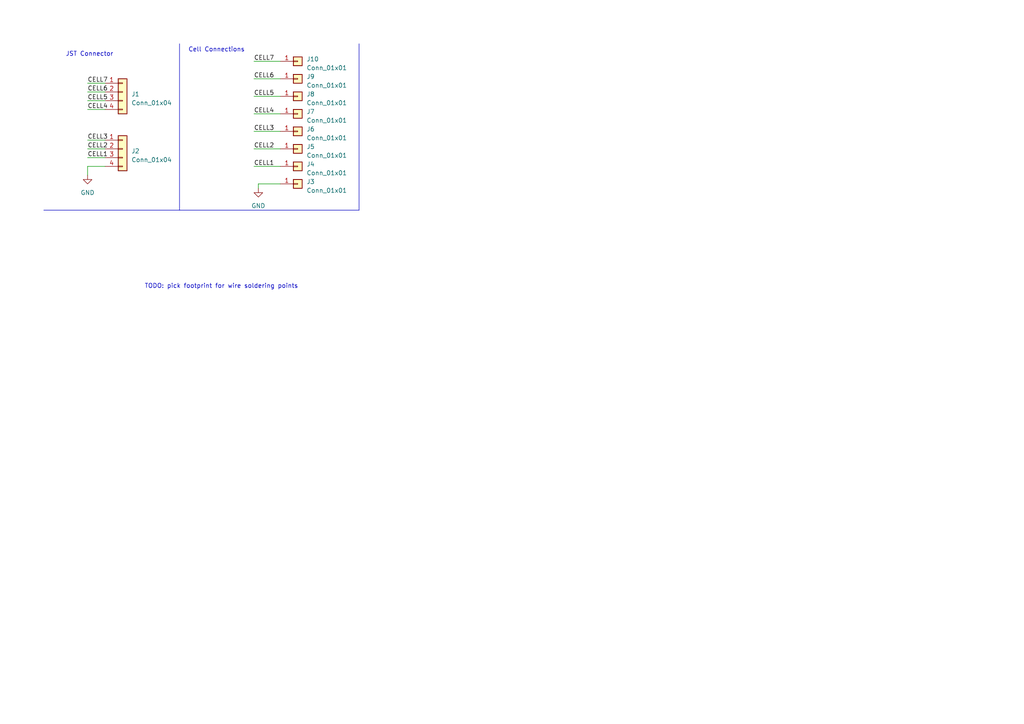
<source format=kicad_sch>
(kicad_sch (version 20230121) (generator eeschema)
  (paper "A4")
  (lib_symbols
    (symbol "Connector_Generic:Conn_01x01" (pin_names (offset 1.016) hide)
      (property "Reference" "J" (at 0 2.54 0))
      (property "Value" "Conn_01x01" (at 0 -2.54 0))
      (symbol "Conn_01x01_1_1"
        (rectangle (start -1.27 0.127) (end 0 -0.127) (stroke (width 0.1524)))
        (rectangle (start -1.27 1.27) (end 1.27 -1.27) (stroke (width 0.254)) (fill (type background)))
        (pin passive line (at -5.08 0 0) (length 3.81) (name "Pin_1") (number "1"))
      )
    )
    (symbol "Connector_Generic:Conn_01x04" (pin_names (offset 1.016) hide)
      (property "Reference" "J" (at 0 5.08 0))
      (property "Value" "Conn_01x04" (at 0 -7.62 0))
      (symbol "Conn_01x04_1_1"
        (rectangle (start -1.27 -4.953) (end 0 -5.207) (stroke (width 0.1524)))
        (rectangle (start -1.27 -2.413) (end 0 -2.667) (stroke (width 0.1524)))
        (rectangle (start -1.27 0.127) (end 0 -0.127) (stroke (width 0.1524)))
        (rectangle (start -1.27 2.667) (end 0 2.413) (stroke (width 0.1524)))
        (rectangle (start -1.27 3.81) (end 1.27 -6.35) (stroke (width 0.254)) (fill (type background)))
        (pin passive line (at -5.08 2.54 0) (length 3.81) (name "Pin_1") (number "1"))
        (pin passive line (at -5.08 0 0) (length 3.81) (name "Pin_2") (number "2"))
        (pin passive line (at -5.08 -2.54 0) (length 3.81) (name "Pin_3") (number "3"))
        (pin passive line (at -5.08 -5.08 0) (length 3.81) (name "Pin_4") (number "4"))
      )
    )
    (symbol "power:GND" (power) (pin_names (offset 0))
      (property "Value" "GND" (at 0 -3.81 0))
      (symbol "GND_0_1"
        (polyline (pts (xy 0 0) (xy 0 -1.27) (xy 1.27 -1.27) (xy 0 -2.54) (xy -1.27 -1.27) (xy 0 -1.27)))
      )
      (symbol "GND_1_1"
        (pin power_in line (at 0 0 270) (length 0) hide (name "GND") (number "1"))
      )
    )
  )
  (wire (pts (xy 25.4 45.72) (xy 30.48 45.72)))
  (wire (pts (xy 73.66 48.26) (xy 81.28 48.26)))
  (wire (pts (xy 25.4 29.21) (xy 30.48 29.21)))
  (polyline (pts (xy 12.7 60.96) (xy 52.07 60.96)))
  (polyline (pts (xy 104.14 12.7) (xy 104.14 60.96)))
  (wire (pts (xy 25.4 43.18) (xy 30.48 43.18)))
  (wire (pts (xy 73.66 33.02) (xy 81.28 33.02)))
  (polyline (pts (xy 52.07 12.7) (xy 52.07 60.96)))
  (wire (pts (xy 73.66 38.1) (xy 81.28 38.1)))
  (wire (pts (xy 81.28 53.34) (xy 74.93 53.34)))
  (wire (pts (xy 25.4 26.67) (xy 30.48 26.67)))
  (wire (pts (xy 25.4 48.26) (xy 25.4 50.8)))
  (wire (pts (xy 25.4 40.64) (xy 30.48 40.64)))
  (wire (pts (xy 73.66 43.18) (xy 81.28 43.18)))
  (wire (pts (xy 73.66 17.78) (xy 81.28 17.78)))
  (wire (pts (xy 25.4 24.13) (xy 30.48 24.13)))
  (wire (pts (xy 74.93 53.34) (xy 74.93 54.61)))
  (polyline (pts (xy 52.07 60.96) (xy 104.14 60.96)))
  (wire (pts (xy 73.66 27.94) (xy 81.28 27.94)))
  (wire (pts (xy 73.66 22.86) (xy 81.28 22.86)))
  (wire (pts (xy 25.4 48.26) (xy 30.48 48.26)))
  (wire (pts (xy 25.4 31.75) (xy 30.48 31.75)))
  (text "TODO: pick footprint for wire soldering points" (at 41.91 83.82 0) (effects (font (size 1.27 1.27)) (justify left bottom)))
  (text "Cell Connections" (at 54.61 15.24 0) (effects (font (size 1.27 1.27)) (justify left bottom)))
  (text "JST Connector" (at 19.05 16.51 0) (effects (font (size 1.27 1.27)) (justify left bottom)))
  (label "CELL2" (at 73.66 43.18 0))
  (label "CELL4" (at 25.4 31.75 0))
  (label "CELL1" (at 25.4 45.72 0))
  (label "CELL3" (at 25.4 40.64 0))
  (label "CELL4" (at 73.66 33.02 0))
  (label "CELL7" (at 25.4 24.13 0))
  (label "CELL1" (at 73.66 48.26 0))
  (label "CELL5" (at 73.66 27.94 0))
  (label "CELL5" (at 25.4 29.21 0))
  (label "CELL7" (at 73.66 17.78 0))
  (label "CELL2" (at 25.4 43.18 0))
  (label "CELL6" (at 73.66 22.86 0))
  (label "CELL3" (at 73.66 38.1 0))
  (label "CELL6" (at 25.4 26.67 0))
  (symbol (lib_id "power:GND") (at 74.93 54.61 0) (unit 1)
    (property "Reference" "#PWR02" (effects hide))
    (property "Value" "GND" (at 74.93 59.69 0))
  )
  (symbol (lib_id "Connector_Generic:Conn_01x01") (at 86.36 38.1 0) (unit 1)
    (property "Reference" "J6" (at 88.9 37.465 0) (effects (justify left)))
    (property "Value" "Conn_01x01" (at 88.9 40.005 0) (effects (justify left)))
    (property "Footprint" "Connector_Wire:SolderWirePad_1x01_SMD_2x4mm_2.7mmRelief" (effects hide))
  )
  (symbol (lib_id "Connector_Generic:Conn_01x04") (at 35.56 26.67 0) (unit 1)
    (property "Reference" "J1" (at 38.1 27.305 0) (effects (justify left)))
    (property "Value" "Conn_01x04" (at 38.1 29.845 0) (effects (justify left)))
    (property "Footprint" "Connector_JST:JST_PH_S4B-PH-K_1x04_P2.00mm_Horizontal" (effects hide))
  )
  (symbol (lib_id "Connector_Generic:Conn_01x01") (at 86.36 48.26 0) (unit 1)
    (property "Reference" "J4" (at 88.9 47.625 0) (effects (justify left)))
    (property "Value" "Conn_01x01" (at 88.9 50.165 0) (effects (justify left)))
    (property "Footprint" "Connector_Wire:SolderWirePad_1x01_SMD_2x4mm_2.7mmRelief" (effects hide))
  )
  (symbol (lib_id "Connector_Generic:Conn_01x01") (at 86.36 33.02 0) (unit 1)
    (property "Reference" "J7" (at 88.9 32.385 0) (effects (justify left)))
    (property "Value" "Conn_01x01" (at 88.9 34.925 0) (effects (justify left)))
    (property "Footprint" "Connector_Wire:SolderWirePad_1x01_SMD_2x4mm_2.7mmRelief" (effects hide))
  )
  (symbol (lib_id "Connector_Generic:Conn_01x04") (at 35.56 43.18 0) (unit 1)
    (property "Reference" "J2" (at 38.1 43.815 0) (effects (justify left)))
    (property "Value" "Conn_01x04" (at 38.1 46.355 0) (effects (justify left)))
    (property "Footprint" "Connector_JST:JST_PH_S4B-PH-K_1x04_P2.00mm_Horizontal" (effects hide))
  )
  (symbol (lib_id "Connector_Generic:Conn_01x01") (at 86.36 22.86 0) (unit 1)
    (property "Reference" "J9" (at 88.9 22.225 0) (effects (justify left)))
    (property "Value" "Conn_01x01" (at 88.9 24.765 0) (effects (justify left)))
    (property "Footprint" "Connector_Wire:SolderWirePad_1x01_SMD_2x4mm_2.7mmRelief" (effects hide))
  )
  (symbol (lib_id "Connector_Generic:Conn_01x01") (at 86.36 27.94 0) (unit 1)
    (property "Reference" "J8" (at 88.9 27.305 0) (effects (justify left)))
    (property "Value" "Conn_01x01" (at 88.9 29.845 0) (effects (justify left)))
    (property "Footprint" "Connector_Wire:SolderWirePad_1x01_SMD_2x4mm_2.7mmRelief" (effects hide))
  )
  (symbol (lib_id "Connector_Generic:Conn_01x01") (at 86.36 17.78 0) (unit 1)
    (property "Reference" "J10" (at 88.9 17.145 0) (effects (justify left)))
    (property "Value" "Conn_01x01" (at 88.9 19.685 0) (effects (justify left)))
    (property "Footprint" "Connector_Wire:SolderWirePad_1x01_SMD_2x4mm_2.7mmRelief" (effects hide))
  )
  (symbol (lib_id "power:GND") (at 25.4 50.8 0) (unit 1)
    (property "Reference" "#PWR01" (effects hide))
    (property "Value" "GND" (at 25.4 55.88 0))
  )
  (symbol (lib_id "Connector_Generic:Conn_01x01") (at 86.36 43.18 0) (unit 1)
    (property "Reference" "J5" (at 88.9 42.545 0) (effects (justify left)))
    (property "Value" "Conn_01x01" (at 88.9 45.085 0) (effects (justify left)))
    (property "Footprint" "Connector_Wire:SolderWirePad_1x01_SMD_2x4mm_2.7mmRelief" (effects hide))
  )
  (symbol (lib_id "Connector_Generic:Conn_01x01") (at 86.36 53.34 0) (unit 1)
    (property "Reference" "J3" (at 88.9 52.705 0) (effects (justify left)))
    (property "Value" "Conn_01x01" (at 88.9 55.245 0) (effects (justify left)))
    (property "Footprint" "Connector_Wire:SolderWirePad_1x01_SMD_2x4mm_2.7mmRelief" (effects hide))
  )
)
</source>
